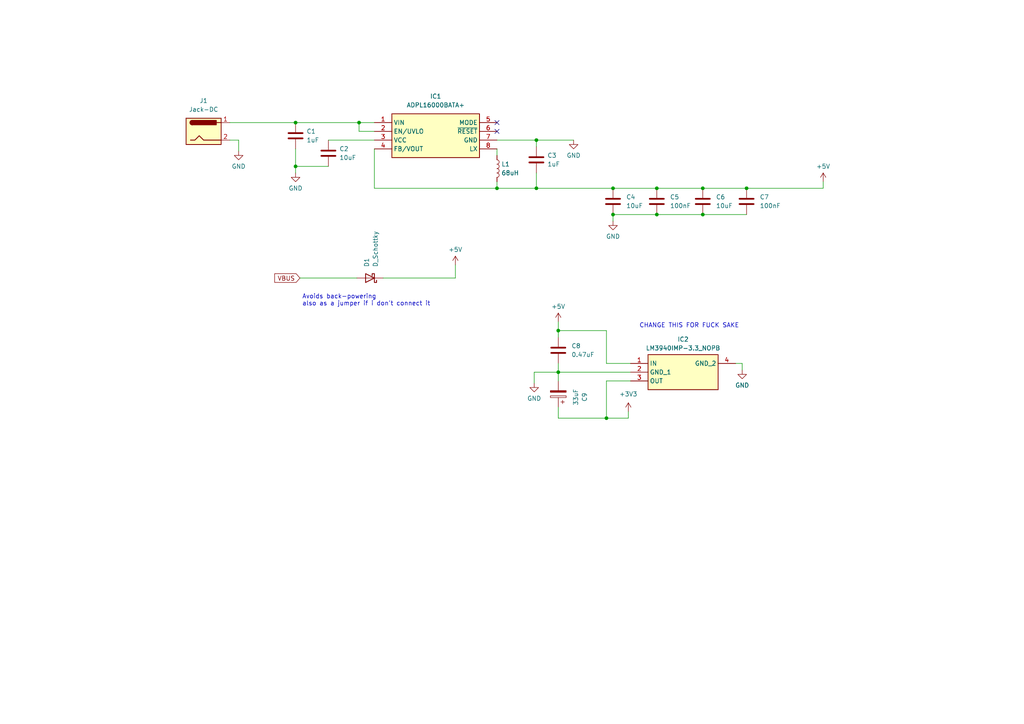
<source format=kicad_sch>
(kicad_sch (version 20230121) (generator eeschema)
  (paper "A4")
  (lib_symbols
    (symbol "Connector:Jack-DC" (pin_names (offset 1.016))
      (property "Reference" "J" (at 0 5.334 0))
      (property "Value" "Jack-DC" (at 0 -5.08 0))
      (symbol "Jack-DC_0_1"
        (rectangle (start -5.08 3.81) (end 5.08 -3.81) (stroke (width 0.254)) (fill (type background)))
        (arc (start -3.302 3.175) (mid -3.9343 2.54) (end -3.302 1.905) (stroke (width 0.254)))
        (arc (start -3.302 3.175) (mid -3.9343 2.54) (end -3.302 1.905) (stroke (width 0.254)) (fill (type outline)))
        (polyline (pts (xy 5.08 2.54) (xy 3.81 2.54)) (stroke (width 0.254)))
        (polyline (pts (xy -3.81 -2.54) (xy -2.54 -2.54) (xy -1.27 -1.27) (xy 0 -2.54) (xy 2.54 -2.54) (xy 5.08 -2.54)) (stroke (width 0.254)))
        (rectangle (start 3.683 3.175) (end -3.302 1.905) (stroke (width 0.254)) (fill (type outline)))
      )
      (symbol "Jack-DC_1_1"
        (pin passive line (at 7.62 2.54 180) (length 2.54) (name "~") (number "1"))
        (pin passive line (at 7.62 -2.54 180) (length 2.54) (name "~") (number "2"))
      )
    )
    (symbol "Device:C" (pin_numbers hide) (pin_names (offset 0.254))
      (property "Reference" "C" (at 0.635 2.54 0))
      (property "Value" "C" (at 0.635 -2.54 0))
      (symbol "C_0_1"
        (polyline (pts (xy -2.032 -0.762) (xy 2.032 -0.762)) (stroke (width 0.508)))
        (polyline (pts (xy -2.032 0.762) (xy 2.032 0.762)) (stroke (width 0.508)))
      )
      (symbol "C_1_1"
        (pin passive line (at 0 3.81 270) (length 2.794) (name "~") (number "1"))
        (pin passive line (at 0 -3.81 90) (length 2.794) (name "~") (number "2"))
      )
    )
    (symbol "Device:C_Polarized" (pin_numbers hide) (pin_names (offset 0.254))
      (property "Reference" "C" (at 0.635 2.54 0))
      (property "Value" "C_Polarized" (at 0.635 -2.54 0))
      (symbol "C_Polarized_0_1"
        (rectangle (start -2.286 0.508) (end 2.286 1.016))
        (polyline (pts (xy -1.778 2.286) (xy -0.762 2.286)))
        (polyline (pts (xy -1.27 2.794) (xy -1.27 1.778)))
        (rectangle (start 2.286 -0.508) (end -2.286 -1.016) (fill (type outline)))
      )
      (symbol "C_Polarized_1_1"
        (pin passive line (at 0 3.81 270) (length 2.794) (name "~") (number "1"))
        (pin passive line (at 0 -3.81 90) (length 2.794) (name "~") (number "2"))
      )
    )
    (symbol "Device:D_Schottky" (pin_numbers hide) (pin_names (offset 1.016) hide)
      (property "Reference" "D" (at 0 2.54 0))
      (property "Value" "D_Schottky" (at 0 -2.54 0))
      (symbol "D_Schottky_0_1"
        (polyline (pts (xy 1.27 0) (xy -1.27 0)))
        (polyline (pts (xy 1.27 1.27) (xy 1.27 -1.27) (xy -1.27 0) (xy 1.27 1.27)) (stroke (width 0.254)))
        (polyline (pts (xy -1.905 0.635) (xy -1.905 1.27) (xy -1.27 1.27) (xy -1.27 -1.27) (xy -0.635 -1.27) (xy -0.635 -0.635)) (stroke (width 0.254)))
      )
      (symbol "D_Schottky_1_1"
        (pin passive line (at -3.81 0 0) (length 2.54) (name "K") (number "1"))
        (pin passive line (at 3.81 0 180) (length 2.54) (name "A") (number "2"))
      )
    )
    (symbol "Device:L" (pin_numbers hide) (pin_names (offset 1.016) hide)
      (property "Reference" "L" (at -1.27 0 90))
      (property "Value" "L" (at 1.905 0 90))
      (symbol "L_0_1"
        (arc (start 0 -2.54) (mid 0.6323 -1.905) (end 0 -1.27))
        (arc (start 0 -1.27) (mid 0.6323 -0.635) (end 0 0))
        (arc (start 0 0) (mid 0.6323 0.635) (end 0 1.27))
        (arc (start 0 1.27) (mid 0.6323 1.905) (end 0 2.54))
      )
      (symbol "L_1_1"
        (pin passive line (at 0 3.81 270) (length 1.27) (name "1") (number "1"))
        (pin passive line (at 0 -3.81 90) (length 1.27) (name "2") (number "2"))
      )
    )
    (symbol "library:ADPL16000BATA+"
      (property "Reference" "IC" (at 31.75 7.62 0))
      (property "Value" "ADPL16000BATA+" (at 31.75 5.08 0))
      (symbol "ADPL16000BATA+_1_1"
        (rectangle (start 5.08 2.54) (end 30.48 -10.16) (stroke (width 0.254)) (fill (type background)))
        (pin passive line (at 0 0 0) (length 5.08) (name "VIN") (number "1"))
        (pin passive line (at 0 -2.54 0) (length 5.08) (name "EN/UVLO") (number "2"))
        (pin passive line (at 0 -5.08 0) (length 5.08) (name "VCC") (number "3"))
        (pin passive line (at 0 -7.62 0) (length 5.08) (name "FB/VOUT") (number "4"))
        (pin passive line (at 35.56 0 180) (length 5.08) (name "MODE") (number "5"))
        (pin passive line (at 35.56 -2.54 180) (length 5.08) (name "~{RESET}") (number "6"))
        (pin passive line (at 35.56 -5.08 180) (length 5.08) (name "GND") (number "7"))
        (pin passive line (at 35.56 -7.62 180) (length 5.08) (name "LX") (number "8"))
      )
    )
    (symbol "library:LM3940IMP-3.3_NOPB"
      (property "Reference" "IC" (at 26.67 7.62 0))
      (property "Value" "LM3940IMP-3.3_NOPB" (at 26.67 5.08 0))
      (symbol "LM3940IMP-3.3_NOPB_1_1"
        (rectangle (start 5.08 2.54) (end 25.4 -7.62) (stroke (width 0.254)) (fill (type background)))
        (pin passive line (at 0 0 0) (length 5.08) (name "IN") (number "1"))
        (pin passive line (at 0 -2.54 0) (length 5.08) (name "GND_1") (number "2"))
        (pin passive line (at 0 -5.08 0) (length 5.08) (name "OUT") (number "3"))
        (pin passive line (at 30.48 0 180) (length 5.08) (name "GND_2") (number "4"))
      )
    )
    (symbol "power:+3V3" (power) (pin_names (offset 0))
      (property "Value" "+3V3" (at 0 3.556 0))
      (symbol "+3V3_0_1"
        (polyline (pts (xy -0.762 1.27) (xy 0 2.54)))
        (polyline (pts (xy 0 0) (xy 0 2.54)))
        (polyline (pts (xy 0 2.54) (xy 0.762 1.27)))
      )
      (symbol "+3V3_1_1"
        (pin power_in line (at 0 0 90) (length 0) hide (name "+3V3") (number "1"))
      )
    )
    (symbol "power:+5V" (power) (pin_names (offset 0))
      (property "Value" "+5V" (at 0 3.556 0))
      (symbol "+5V_0_1"
        (polyline (pts (xy -0.762 1.27) (xy 0 2.54)))
        (polyline (pts (xy 0 0) (xy 0 2.54)))
        (polyline (pts (xy 0 2.54) (xy 0.762 1.27)))
      )
      (symbol "+5V_1_1"
        (pin power_in line (at 0 0 90) (length 0) hide (name "+5V") (number "1"))
      )
    )
    (symbol "power:GND" (power) (pin_names (offset 0))
      (property "Value" "GND" (at 0 -3.81 0))
      (symbol "GND_0_1"
        (polyline (pts (xy 0 0) (xy 0 -1.27) (xy 1.27 -1.27) (xy 0 -2.54) (xy -1.27 -1.27) (xy 0 -1.27)))
      )
      (symbol "GND_1_1"
        (pin power_in line (at 0 0 270) (length 0) hide (name "GND") (number "1"))
      )
    )
  )
  (junction (at 85.725 35.56))
  (junction (at 155.575 40.64))
  (junction (at 177.8 54.61))
  (junction (at 175.895 121.285))
  (junction (at 203.835 62.23))
  (junction (at 190.5 62.23))
  (junction (at 161.925 95.885))
  (junction (at 104.14 35.56))
  (junction (at 155.575 54.61))
  (junction (at 85.725 48.26))
  (junction (at 177.8 62.23))
  (junction (at 144.145 54.61))
  (junction (at 203.835 54.61))
  (junction (at 161.925 107.95))
  (junction (at 216.535 54.61))
  (junction (at 190.5 54.61))
  (no_connect (at 144.145 35.56))
  (no_connect (at 144.145 38.1))
  (wire (pts (xy 161.925 118.11) (xy 161.925 121.285)))
  (wire (pts (xy 108.585 35.56) (xy 104.14 35.56)))
  (wire (pts (xy 182.245 121.285) (xy 182.245 119.38)))
  (wire (pts (xy 238.76 52.705) (xy 238.76 54.61)))
  (wire (pts (xy 108.585 38.1) (xy 104.14 38.1)))
  (wire (pts (xy 144.145 54.61) (xy 155.575 54.61)))
  (wire (pts (xy 161.925 105.41) (xy 161.925 107.95)))
  (wire (pts (xy 177.8 62.23) (xy 177.8 64.135)))
  (wire (pts (xy 175.895 121.285) (xy 182.245 121.285)))
  (wire (pts (xy 144.145 52.705) (xy 144.145 54.61)))
  (wire (pts (xy 155.575 42.545) (xy 155.575 40.64)))
  (wire (pts (xy 175.895 110.49) (xy 182.88 110.49)))
  (wire (pts (xy 85.725 48.26) (xy 95.25 48.26)))
  (wire (pts (xy 190.5 62.23) (xy 203.835 62.23)))
  (wire (pts (xy 154.94 107.95) (xy 154.94 111.125)))
  (wire (pts (xy 154.94 107.95) (xy 161.925 107.95)))
  (wire (pts (xy 66.675 35.56) (xy 85.725 35.56)))
  (wire (pts (xy 155.575 54.61) (xy 155.575 50.165)))
  (wire (pts (xy 86.995 80.645) (xy 103.505 80.645)))
  (wire (pts (xy 161.925 107.95) (xy 182.88 107.95)))
  (wire (pts (xy 95.25 40.64) (xy 108.585 40.64)))
  (wire (pts (xy 190.5 54.61) (xy 203.835 54.61)))
  (wire (pts (xy 175.895 95.885) (xy 175.895 105.41)))
  (wire (pts (xy 175.895 105.41) (xy 182.88 105.41)))
  (wire (pts (xy 161.925 121.285) (xy 175.895 121.285)))
  (wire (pts (xy 161.925 95.885) (xy 161.925 93.345)))
  (wire (pts (xy 177.8 62.23) (xy 190.5 62.23)))
  (wire (pts (xy 155.575 40.64) (xy 166.37 40.64)))
  (wire (pts (xy 66.675 40.64) (xy 69.215 40.64)))
  (wire (pts (xy 108.585 54.61) (xy 108.585 43.18)))
  (wire (pts (xy 69.215 40.64) (xy 69.215 43.815)))
  (wire (pts (xy 108.585 54.61) (xy 144.145 54.61)))
  (wire (pts (xy 132.08 76.835) (xy 132.08 80.645)))
  (wire (pts (xy 215.265 107.315) (xy 215.265 105.41)))
  (wire (pts (xy 161.925 95.885) (xy 175.895 95.885)))
  (wire (pts (xy 111.125 80.645) (xy 132.08 80.645)))
  (wire (pts (xy 144.145 40.64) (xy 155.575 40.64)))
  (wire (pts (xy 104.14 38.1) (xy 104.14 35.56)))
  (wire (pts (xy 161.925 95.885) (xy 161.925 97.79)))
  (wire (pts (xy 238.76 54.61) (xy 216.535 54.61)))
  (wire (pts (xy 215.265 105.41) (xy 213.36 105.41)))
  (wire (pts (xy 175.895 110.49) (xy 175.895 121.285)))
  (wire (pts (xy 144.145 45.085) (xy 144.145 43.18)))
  (wire (pts (xy 155.575 54.61) (xy 177.8 54.61)))
  (wire (pts (xy 85.725 50.165) (xy 85.725 48.26)))
  (wire (pts (xy 85.725 35.56) (xy 104.14 35.56)))
  (wire (pts (xy 177.8 54.61) (xy 190.5 54.61)))
  (wire (pts (xy 85.725 48.26) (xy 85.725 43.18)))
  (wire (pts (xy 203.835 54.61) (xy 216.535 54.61)))
  (wire (pts (xy 203.835 62.23) (xy 216.535 62.23)))
  (wire (pts (xy 161.925 107.95) (xy 161.925 110.49)))
  (text "Avoids back-powering\nalso as a jumper if i don't connect it" (at 87.63 88.9 0) (effects (font (size 1.27 1.27)) (justify left bottom)))
  (text "CHANGE THIS FOR FUCK SAKE" (at 185.42 95.25 0) (effects (font (size 1.27 1.27)) (justify left bottom)))
  (global_label "VBUS" (shape input) (at 86.995 80.645 180) (property "Intersheetrefs" "${INTERSHEET_REFS}" (effects hide)))
  (symbol (lib_id "Device:C") (at 155.575 46.355 0) (unit 1)
    (property "Reference" "C3" (at 158.75 45.085 0) (effects (justify left)))
    (property "Value" "1uF" (at 158.75 47.625 0) (effects (justify left)))
    (property "Footprint" "Capacitor_SMD:C_0603_1608Metric" (effects hide))
  )
  (symbol (lib_id "library:ADPL16000BATA+") (at 108.585 35.56 0) (unit 1)
    (property "Reference" "IC1" (at 126.365 27.94 0))
    (property "Value" "ADPL16000BATA+" (at 126.365 30.48 0))
    (property "Footprint" "library:ADPL16000BATA" (effects hide))
    (property "Datasheet" "https://www.analog.com/media/en/technical-documentation/data-sheets/adpl16000.pdf" (effects hide))
    (property "Height" "0.8" (effects hide))
    (property "Manufacturer_Name" "Analog Devices" (effects hide))
    (property "Manufacturer_Part_Number" "ADPL16000BATA+" (effects hide))
  )
  (symbol (lib_id "Device:C") (at 85.725 39.37 0) (unit 1)
    (property "Reference" "C1" (at 88.9 38.1 0) (effects (justify left)))
    (property "Value" "1uF" (at 88.9 40.64 0) (effects (justify left)))
    (property "Footprint" "Capacitor_SMD:C_0603_1608Metric" (effects hide))
  )
  (symbol (lib_id "power:GND") (at 177.8 64.135 0) (unit 1)
    (property "Reference" "#PWR05" (effects hide))
    (property "Value" "GND" (at 177.8 68.58 0))
  )
  (symbol (lib_id "Device:C") (at 95.25 44.45 0) (unit 1)
    (property "Reference" "C2" (at 98.425 43.18 0) (effects (justify left)))
    (property "Value" "10uF" (at 98.425 45.72 0) (effects (justify left)))
    (property "Footprint" "Capacitor_SMD:C_0603_1608Metric" (effects hide))
  )
  (symbol (lib_id "power:GND") (at 154.94 111.125 0) (unit 1)
    (property "Reference" "#PWR09" (effects hide))
    (property "Value" "GND" (at 154.94 115.57 0))
  )
  (symbol (lib_id "Device:C") (at 161.925 101.6 180) (unit 1)
    (property "Reference" "C8" (at 165.735 100.33 0) (effects (justify right)))
    (property "Value" "0.47uF" (at 165.735 102.87 0) (effects (justify right)))
    (property "Footprint" "Capacitor_SMD:C_0603_1608Metric" (effects hide))
  )
  (symbol (lib_id "power:+3V3") (at 182.245 119.38 0) (unit 1)
    (property "Reference" "#PWR010" (effects hide))
    (property "Value" "+3V3" (at 182.245 114.3 0))
  )
  (symbol (lib_id "power:GND") (at 166.37 40.64 0) (unit 1)
    (property "Reference" "#PWR01" (effects hide))
    (property "Value" "GND" (at 166.37 45.085 0))
  )
  (symbol (lib_id "library:LM3940IMP-3.3_NOPB") (at 182.88 105.41 0) (unit 1)
    (property "Reference" "IC2" (at 198.12 98.425 0))
    (property "Value" "LM3940IMP-3.3_NOPB" (at 198.12 100.965 0))
    (property "Footprint" "library:SOT230P700X180-4N" (effects hide))
    (property "Datasheet" "http://www.ti.com/lit/ds/symlink/lm3940.pdf" (effects hide))
    (property "Height" "1.8" (effects hide))
    (property "Manufacturer_Name" "Texas Instruments" (effects hide))
    (property "Manufacturer_Part_Number" "LM3940IMP-3.3/NOPB" (effects hide))
    (property "Mouser Part Number" "926-LM3940IMP3.3NOPB" (effects hide))
    (property "Mouser Price/Stock" "https://www.mouser.co.uk/ProductDetail/Texas-Instruments/LM3940IMP-3.3-NOPB?qs=QbsRYf82W3EIVCEt3IRFTQ%3D%3D" (effects hide))
    (property "Arrow Part Number" "LM3940IMP-3.3/NOPB" (effects hide))
    (property "Arrow Price/Stock" "https://www.arrow.com/en/products/lm3940imp-3.3nopb/texas-instruments?region=nac" (effects hide))
  )
  (symbol (lib_id "power:GND") (at 215.265 107.315 0) (unit 1)
    (property "Reference" "#PWR08" (effects hide))
    (property "Value" "GND" (at 215.265 111.76 0))
  )
  (symbol (lib_id "Device:C") (at 177.8 58.42 0) (unit 1)
    (property "Reference" "C4" (at 181.61 57.15 0) (effects (justify left)))
    (property "Value" "10uF" (at 181.61 59.69 0) (effects (justify left)))
    (property "Footprint" "Capacitor_SMD:C_0603_1608Metric" (effects hide))
  )
  (symbol (lib_id "Device:L") (at 144.145 48.895 0) (unit 1)
    (property "Reference" "L1" (at 145.415 47.625 0) (effects (justify left)))
    (property "Value" "68uH" (at 145.415 50.165 0) (effects (justify left)))
    (property "Footprint" "Inductor_SMD:L_12x12mm_H6mm" (effects hide))
  )
  (symbol (lib_id "Device:C") (at 216.535 58.42 0) (unit 1)
    (property "Reference" "C7" (at 220.345 57.15 0) (effects (justify left)))
    (property "Value" "100nF" (at 220.345 59.69 0) (effects (justify left)))
    (property "Footprint" "Capacitor_SMD:C_0603_1608Metric" (effects hide))
  )
  (symbol (lib_id "Device:D_Schottky") (at 107.315 80.645 180) (unit 1)
    (property "Reference" "D1" (at 106.3625 77.47 90) (effects (justify right)))
    (property "Value" "D_Schottky" (at 108.9025 77.47 90) (effects (justify right)))
    (property "Footprint" "Diode_SMD:D_0603_1608Metric" (effects hide))
  )
  (symbol (lib_id "power:+5V") (at 132.08 76.835 0) (unit 1)
    (property "Reference" "#PWR07" (effects hide))
    (property "Value" "+5V" (at 132.08 72.39 0))
  )
  (symbol (lib_id "Connector:Jack-DC") (at 59.055 38.1 0) (unit 1)
    (property "Reference" "J1" (at 59.055 29.21 0))
    (property "Value" "Jack-DC" (at 59.055 31.75 0))
    (property "Footprint" "Connector_BarrelJack:BarrelJack_Wuerth_6941xx301002" (effects hide))
  )
  (symbol (lib_id "Device:C") (at 203.835 58.42 0) (unit 1)
    (property "Reference" "C6" (at 207.645 57.15 0) (effects (justify left)))
    (property "Value" "10uF" (at 207.645 59.69 0) (effects (justify left)))
    (property "Footprint" "Capacitor_SMD:C_0603_1608Metric" (effects hide))
  )
  (symbol (lib_id "Device:C_Polarized") (at 161.925 114.3 180) (unit 1)
    (property "Reference" "C9" (at 169.545 115.189 90))
    (property "Value" "33uF" (at 167.005 115.189 90))
    (property "Footprint" "Capacitor_SMD:C_0603_1608Metric" (effects hide))
  )
  (symbol (lib_id "power:+5V") (at 238.76 52.705 0) (unit 1)
    (property "Reference" "#PWR04" (effects hide))
    (property "Value" "+5V" (at 238.76 48.26 0))
  )
  (symbol (lib_id "power:GND") (at 85.725 50.165 0) (unit 1)
    (property "Reference" "#PWR03" (effects hide))
    (property "Value" "GND" (at 85.725 54.61 0))
  )
  (symbol (lib_id "Device:C") (at 190.5 58.42 0) (unit 1)
    (property "Reference" "C5" (at 194.31 57.15 0) (effects (justify left)))
    (property "Value" "100nF" (at 194.31 59.69 0) (effects (justify left)))
    (property "Footprint" "Capacitor_SMD:C_0603_1608Metric" (effects hide))
  )
  (symbol (lib_id "power:+5V") (at 161.925 93.345 0) (unit 1)
    (property "Reference" "#PWR06" (effects hide))
    (property "Value" "+5V" (at 161.925 88.9 0))
  )
  (symbol (lib_id "power:GND") (at 69.215 43.815 0) (unit 1)
    (property "Reference" "#PWR02" (effects hide))
    (property "Value" "GND" (at 69.215 48.26 0))
  )
)
</source>
